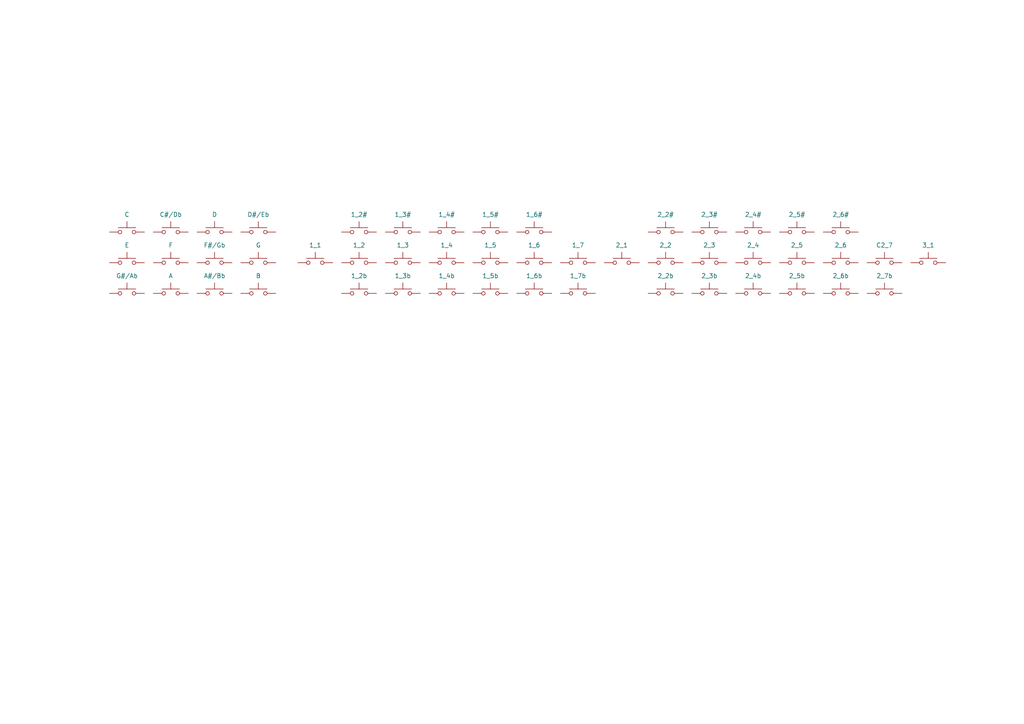
<source format=kicad_sch>
(kicad_sch (version 20211123) (generator eeschema)
  (paper "A4")
  (title_block (title "MIDI_Keyboard"))
  (lib_symbols
    (symbol "Switch:SW_Push" (pin_numbers hide) (pin_names (offset 1.016) hide)
      (property "Reference" "SW" (at 1.27 2.54 0))
      (property "Value" "SW_Push" (at 0 -1.524 0))
      (symbol "SW_Push_0_1"
        (circle (center -2.032 0) (radius 0.508))
        (polyline (pts (xy 0 1.27) (xy 0 3.048)))
        (polyline (pts (xy 2.54 1.27) (xy -2.54 1.27)))
        (circle (center 2.032 0) (radius 0.508))
        (pin passive line (at -5.08 0 0) (length 2.54) (name "1") (number "1"))
        (pin passive line (at 5.08 0 180) (length 2.54) (name "2") (number "2"))
      )
    )
  )
  (symbol (lib_id "Switch:SW_Push") (at 205.74 85.09 0) (unit 1)
    (property "Reference" "2_3b" (at 205.74 80.01 0))
    (property "Value" "SW_Push" (effects hide))
  )
  (symbol (lib_id "Switch:SW_Push") (at 49.53 67.31 0) (unit 1)
    (property "Reference" "C#/Db" (at 49.53 62.23 0))
    (property "Value" "SW_Push" (effects hide))
  )
  (symbol (lib_id "Switch:SW_Push") (at 167.64 76.2 0) (unit 1)
    (property "Reference" "1_7" (at 167.64 71.12 0))
    (property "Value" "SW_Push" (effects hide))
  )
  (symbol (lib_id "Switch:SW_Push") (at 180.34 76.2 0) (unit 1)
    (property "Reference" "2_1" (at 180.34 71.12 0))
    (property "Value" "SW_Push" (effects hide))
  )
  (symbol (lib_id "Switch:SW_Push") (at 205.74 76.2 0) (unit 1)
    (property "Reference" "2_3" (at 205.74 71.12 0))
    (property "Value" "SW_Push" (effects hide))
  )
  (symbol (lib_id "Switch:SW_Push") (at 129.54 76.2 0) (unit 1)
    (property "Reference" "1_4" (at 129.54 71.12 0))
    (property "Value" "SW_Push" (effects hide))
  )
  (symbol (lib_id "Switch:SW_Push") (at 243.84 85.09 0) (unit 1)
    (property "Reference" "2_6b" (at 243.84 80.01 0))
    (property "Value" "SW_Push" (effects hide))
  )
  (symbol (lib_id "Switch:SW_Push") (at 231.14 76.2 0) (unit 1)
    (property "Reference" "2_5" (at 231.14 71.12 0))
    (property "Value" "SW_Push" (effects hide))
  )
  (symbol (lib_id "Switch:SW_Push") (at 116.84 76.2 0) (unit 1)
    (property "Reference" "1_3" (at 116.84 71.12 0))
    (property "Value" "SW_Push" (effects hide))
  )
  (symbol (lib_id "Switch:SW_Push") (at 256.54 76.2 0) (unit 1)
    (property "Reference" "C2_7" (at 256.54 71.12 0))
    (property "Value" "SW_Push" (effects hide))
  )
  (symbol (lib_id "Switch:SW_Push") (at 36.83 67.31 0) (unit 1)
    (property "Reference" "C" (at 36.83 62.23 0))
    (property "Value" "SW_Push" (effects hide))
  )
  (symbol (lib_id "Switch:SW_Push") (at 62.23 67.31 0) (unit 1)
    (property "Reference" "D" (at 62.23 62.23 0))
    (property "Value" "SW_Push" (effects hide))
  )
  (symbol (lib_id "Switch:SW_Push") (at 104.14 76.2 0) (unit 1)
    (property "Reference" "1_2" (at 104.14 71.12 0))
    (property "Value" "SW_Push" (effects hide))
  )
  (symbol (lib_id "Switch:SW_Push") (at 49.53 85.09 0) (unit 1)
    (property "Reference" "A" (at 49.53 80.01 0))
    (property "Value" "SW_Push" (effects hide))
  )
  (symbol (lib_id "Switch:SW_Push") (at 142.24 85.09 0) (unit 1)
    (property "Reference" "1_5b" (at 142.24 80.01 0))
    (property "Value" "SW_Push" (effects hide))
  )
  (symbol (lib_id "Switch:SW_Push") (at 193.04 76.2 0) (unit 1)
    (property "Reference" "2_2" (at 193.04 71.12 0))
    (property "Value" "SW_Push" (effects hide))
  )
  (symbol (lib_id "Switch:SW_Push") (at 116.84 85.09 0) (unit 1)
    (property "Reference" "1_3b" (at 116.84 80.01 0))
    (property "Value" "SW_Push" (effects hide))
  )
  (symbol (lib_id "Switch:SW_Push") (at 256.54 85.09 0) (unit 1)
    (property "Reference" "2_7b" (at 256.54 80.01 0))
    (property "Value" "SW_Push" (effects hide))
  )
  (symbol (lib_id "Switch:SW_Push") (at 62.23 85.09 0) (unit 1)
    (property "Reference" "A#/Bb" (at 62.23 80.01 0))
    (property "Value" "SW_Push" (effects hide))
  )
  (symbol (lib_id "Switch:SW_Push") (at 231.14 67.31 0) (unit 1)
    (property "Reference" "2_5#" (at 231.14 62.23 0))
    (property "Value" "SW_Push" (effects hide))
  )
  (symbol (lib_id "Switch:SW_Push") (at 129.54 85.09 0) (unit 1)
    (property "Reference" "1_4b" (at 129.54 80.01 0))
    (property "Value" "SW_Push" (effects hide))
  )
  (symbol (lib_id "Switch:SW_Push") (at 74.93 85.09 0) (unit 1)
    (property "Reference" "B" (at 74.93 80.01 0))
    (property "Value" "SW_Push" (effects hide))
  )
  (symbol (lib_id "Switch:SW_Push") (at 154.94 76.2 0) (unit 1)
    (property "Reference" "1_6" (at 154.94 71.12 0))
    (property "Value" "SW_Push" (effects hide))
  )
  (symbol (lib_id "Switch:SW_Push") (at 243.84 67.31 0) (unit 1)
    (property "Reference" "2_6#" (at 243.84 62.23 0))
    (property "Value" "SW_Push" (effects hide))
  )
  (symbol (lib_id "Switch:SW_Push") (at 167.64 85.09 0) (unit 1)
    (property "Reference" "1_7b" (at 167.64 80.01 0))
    (property "Value" "SW_Push" (effects hide))
  )
  (symbol (lib_id "Switch:SW_Push") (at 116.84 67.31 0) (unit 1)
    (property "Reference" "1_3#" (at 116.84 62.23 0))
    (property "Value" "SW_Push" (effects hide))
  )
  (symbol (lib_id "Switch:SW_Push") (at 193.04 67.31 0) (unit 1)
    (property "Reference" "2_2#" (at 193.04 62.23 0))
    (property "Value" "SW_Push" (effects hide))
  )
  (symbol (lib_id "Switch:SW_Push") (at 49.53 76.2 0) (unit 1)
    (property "Reference" "F" (at 49.53 71.12 0))
    (property "Value" "SW_Push" (effects hide))
  )
  (symbol (lib_id "Switch:SW_Push") (at 129.54 67.31 0) (unit 1)
    (property "Reference" "1_4#" (at 129.54 62.23 0))
    (property "Value" "SW_Push" (effects hide))
  )
  (symbol (lib_id "Switch:SW_Push") (at 74.93 76.2 0) (unit 1)
    (property "Reference" "G" (at 74.93 71.12 0))
    (property "Value" "SW_Push" (effects hide))
  )
  (symbol (lib_id "Switch:SW_Push") (at 36.83 85.09 0) (unit 1)
    (property "Reference" "G#/Ab" (at 36.83 80.01 0))
    (property "Value" "SW_Push" (effects hide))
  )
  (symbol (lib_id "Switch:SW_Push") (at 269.24 76.2 0) (unit 1)
    (property "Reference" "3_1" (at 269.24 71.12 0))
    (property "Value" "SW_Push" (effects hide))
  )
  (symbol (lib_id "Switch:SW_Push") (at 205.74 67.31 0) (unit 1)
    (property "Reference" "2_3#" (at 205.74 62.23 0))
    (property "Value" "SW_Push" (effects hide))
  )
  (symbol (lib_id "Switch:SW_Push") (at 231.14 85.09 0) (unit 1)
    (property "Reference" "2_5b" (at 231.14 80.01 0))
    (property "Value" "SW_Push" (effects hide))
  )
  (symbol (lib_id "Switch:SW_Push") (at 74.93 67.31 0) (unit 1)
    (property "Reference" "D#/Eb" (at 74.93 62.23 0))
    (property "Value" "SW_Push" (effects hide))
  )
  (symbol (lib_id "Switch:SW_Push") (at 142.24 67.31 0) (unit 1)
    (property "Reference" "1_5#" (at 142.24 62.23 0))
    (property "Value" "SW_Push" (effects hide))
  )
  (symbol (lib_id "Switch:SW_Push") (at 36.83 76.2 0) (unit 1)
    (property "Reference" "E" (at 36.83 71.12 0))
    (property "Value" "SW_Push" (effects hide))
  )
  (symbol (lib_id "Switch:SW_Push") (at 243.84 76.2 0) (unit 1)
    (property "Reference" "2_6" (at 243.84 71.12 0))
    (property "Value" "SW_Push" (effects hide))
  )
  (symbol (lib_id "Switch:SW_Push") (at 218.44 76.2 0) (unit 1)
    (property "Reference" "2_4" (at 218.44 71.12 0))
    (property "Value" "SW_Push" (effects hide))
  )
  (symbol (lib_id "Switch:SW_Push") (at 142.24 76.2 0) (unit 1)
    (property "Reference" "1_5" (at 142.24 71.12 0))
    (property "Value" "SW_Push" (effects hide))
  )
  (symbol (lib_id "Switch:SW_Push") (at 154.94 85.09 0) (unit 1)
    (property "Reference" "1_6b" (at 154.94 80.01 0))
    (property "Value" "SW_Push" (effects hide))
  )
  (symbol (lib_id "Switch:SW_Push") (at 218.44 85.09 0) (unit 1)
    (property "Reference" "2_4b" (at 218.44 80.01 0))
    (property "Value" "SW_Push" (effects hide))
  )
  (symbol (lib_id "Switch:SW_Push") (at 104.14 85.09 0) (unit 1)
    (property "Reference" "1_2b" (at 104.14 80.01 0))
    (property "Value" "SW_Push" (effects hide))
  )
  (symbol (lib_id "Switch:SW_Push") (at 104.14 67.31 0) (unit 1)
    (property "Reference" "1_2#" (at 104.14 62.23 0))
    (property "Value" "SW_Push" (effects hide))
  )
  (symbol (lib_id "Switch:SW_Push") (at 62.23 76.2 0) (unit 1)
    (property "Reference" "F#/Gb" (at 62.23 71.12 0))
    (property "Value" "SW_Push" (effects hide))
  )
  (symbol (lib_id "Switch:SW_Push") (at 193.04 85.09 0) (unit 1)
    (property "Reference" "2_2b" (at 193.04 80.01 0))
    (property "Value" "SW_Push" (effects hide))
  )
  (symbol (lib_id "Switch:SW_Push") (at 218.44 67.31 0) (unit 1)
    (property "Reference" "2_4#" (at 218.44 62.23 0))
    (property "Value" "SW_Push" (effects hide))
  )
  (symbol (lib_id "Switch:SW_Push") (at 154.94 67.31 0) (unit 1)
    (property "Reference" "1_6#" (at 154.94 62.23 0))
    (property "Value" "SW_Push" (effects hide))
  )
  (symbol (lib_id "Switch:SW_Push") (at 91.44 76.2 0) (unit 1)
    (property "Reference" "1_1" (at 91.44 71.12 0))
    (property "Value" "SW_Push" (effects hide))
  )
)
</source>
